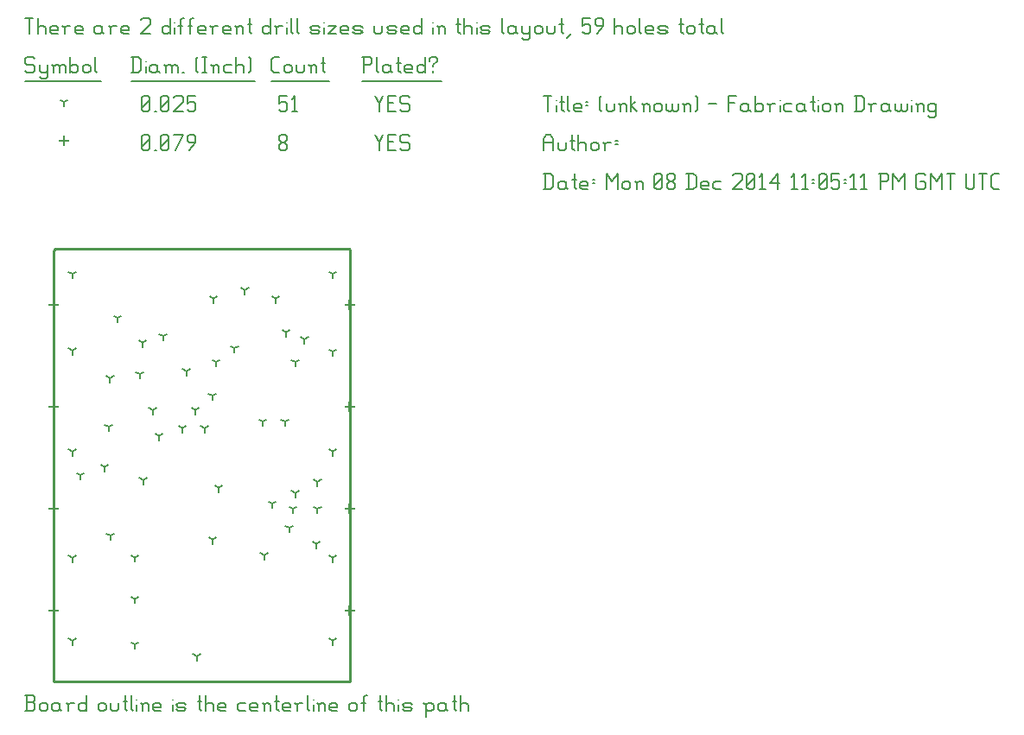
<source format=gbr>
G04 start of page 12 for group -3984 idx -3984 *
G04 Title: (unknown), fab *
G04 Creator: pcb 1.99z *
G04 CreationDate: Mon 08 Dec 2014 11:05:11 PM GMT UTC *
G04 For: commonadmin *
G04 Format: Gerber/RS-274X *
G04 PCB-Dimensions (mil): 1377.95 1692.91 *
G04 PCB-Coordinate-Origin: lower left *
%MOIN*%
%FSLAX25Y25*%
%LNFAB*%
%ADD66C,0.0100*%
%ADD65C,0.0075*%
%ADD64C,0.0060*%
%ADD63R,0.0080X0.0080*%
G54D63*X11000Y148891D02*Y145691D01*
X9400Y147291D02*X12600D01*
X11000Y109521D02*Y106321D01*
X9400Y107921D02*X12600D01*
X11000Y70151D02*Y66951D01*
X9400Y68551D02*X12600D01*
X11000Y30781D02*Y27581D01*
X9400Y29181D02*X12600D01*
X125173Y30781D02*Y27581D01*
X123573Y29181D02*X126773D01*
X125173Y70151D02*Y66951D01*
X123573Y68551D02*X126773D01*
X125173Y109521D02*Y106321D01*
X123573Y107921D02*X126773D01*
X125173Y148891D02*Y145691D01*
X123573Y147291D02*X126773D01*
X15000Y212141D02*Y208941D01*
X13400Y210541D02*X16600D01*
G54D64*X135000Y212791D02*X136500Y209791D01*
X138000Y212791D01*
X136500Y209791D02*Y206791D01*
X139800Y210091D02*X142050D01*
X139800Y206791D02*X142800D01*
X139800Y212791D02*Y206791D01*
Y212791D02*X142800D01*
X147600D02*X148350Y212041D01*
X145350Y212791D02*X147600D01*
X144600Y212041D02*X145350Y212791D01*
X144600Y212041D02*Y210541D01*
X145350Y209791D01*
X147600D01*
X148350Y209041D01*
Y207541D01*
X147600Y206791D02*X148350Y207541D01*
X145350Y206791D02*X147600D01*
X144600Y207541D02*X145350Y206791D01*
X98000Y207541D02*X98750Y206791D01*
X98000Y208741D02*Y207541D01*
Y208741D02*X99050Y209791D01*
X99950D01*
X101000Y208741D01*
Y207541D01*
X100250Y206791D02*X101000Y207541D01*
X98750Y206791D02*X100250D01*
X98000Y210841D02*X99050Y209791D01*
X98000Y212041D02*Y210841D01*
Y212041D02*X98750Y212791D01*
X100250D01*
X101000Y212041D01*
Y210841D01*
X99950Y209791D02*X101000Y210841D01*
X45000Y207541D02*X45750Y206791D01*
X45000Y212041D02*Y207541D01*
Y212041D02*X45750Y212791D01*
X47250D01*
X48000Y212041D01*
Y207541D01*
X47250Y206791D02*X48000Y207541D01*
X45750Y206791D02*X47250D01*
X45000Y208291D02*X48000Y211291D01*
X49800Y206791D02*X50550D01*
X52350Y207541D02*X53100Y206791D01*
X52350Y212041D02*Y207541D01*
Y212041D02*X53100Y212791D01*
X54600D01*
X55350Y212041D01*
Y207541D01*
X54600Y206791D02*X55350Y207541D01*
X53100Y206791D02*X54600D01*
X52350Y208291D02*X55350Y211291D01*
X57900Y206791D02*X60900Y212791D01*
X57150D02*X60900D01*
X63450Y206791D02*X65700Y209791D01*
Y212041D02*Y209791D01*
X64950Y212791D02*X65700Y212041D01*
X63450Y212791D02*X64950D01*
X62700Y212041D02*X63450Y212791D01*
X62700Y212041D02*Y210541D01*
X63450Y209791D01*
X65700D01*
X62130Y121587D02*Y119987D01*
Y121587D02*X63517Y122387D01*
X62130Y121587D02*X60743Y122387D01*
X73630Y125087D02*Y123487D01*
Y125087D02*X75017Y125887D01*
X73630Y125087D02*X72243Y125887D01*
X104130Y125217D02*Y123617D01*
Y125217D02*X105517Y126017D01*
X104130Y125217D02*X102743Y126017D01*
X51630Y96587D02*Y94987D01*
Y96587D02*X53017Y97387D01*
X51630Y96587D02*X50243Y97387D01*
X69130Y99587D02*Y97987D01*
Y99587D02*X70517Y100387D01*
X69130Y99587D02*X67743Y100387D01*
X65630Y106587D02*Y104987D01*
Y106587D02*X67017Y107387D01*
X65630Y106587D02*X64243Y107387D01*
X60630Y99587D02*Y97987D01*
Y99587D02*X62017Y100387D01*
X60630Y99587D02*X59243Y100387D01*
X42320Y16172D02*Y14572D01*
Y16172D02*X43707Y16972D01*
X42320Y16172D02*X40933Y16972D01*
X42320Y33672D02*Y32072D01*
Y33672D02*X43707Y34472D01*
X42320Y33672D02*X40933Y34472D01*
X42320Y49672D02*Y48072D01*
Y49672D02*X43707Y50472D01*
X42320Y49672D02*X40933Y50472D01*
X72190Y56587D02*Y54987D01*
Y56587D02*X73577Y57387D01*
X72190Y56587D02*X70803Y57387D01*
X32820Y58087D02*Y56487D01*
Y58087D02*X34207Y58887D01*
X32820Y58087D02*X31433Y58887D01*
X44130Y120491D02*Y118891D01*
Y120491D02*X45517Y121291D01*
X44130Y120491D02*X42743Y121291D01*
X53130Y135087D02*Y133487D01*
Y135087D02*X54517Y135887D01*
X53130Y135087D02*X51743Y135887D01*
X100130Y102087D02*Y100487D01*
Y102087D02*X101517Y102887D01*
X100130Y102087D02*X98743Y102887D01*
X91630Y102087D02*Y100487D01*
Y102087D02*X93017Y102887D01*
X91630Y102087D02*X90243Y102887D01*
X104130Y74587D02*Y72987D01*
Y74587D02*X105517Y75387D01*
X104130Y74587D02*X102743Y75387D01*
X72630Y149587D02*Y147987D01*
Y149587D02*X74017Y150387D01*
X72630Y149587D02*X71243Y150387D01*
X96630Y149587D02*Y147987D01*
Y149587D02*X98017Y150387D01*
X96630Y149587D02*X95243Y150387D01*
X66130Y11587D02*Y9987D01*
Y11587D02*X67517Y12387D01*
X66130Y11587D02*X64743Y12387D01*
X74630Y76587D02*Y74987D01*
Y76587D02*X76017Y77387D01*
X74630Y76587D02*X73243Y77387D01*
X45500Y79587D02*Y77987D01*
Y79587D02*X46887Y80387D01*
X45500Y79587D02*X44113Y80387D01*
X45216Y132587D02*Y130987D01*
Y132587D02*X46602Y133387D01*
X45216Y132587D02*X43829Y133387D01*
X49130Y106587D02*Y104987D01*
Y106587D02*X50517Y107387D01*
X49130Y106587D02*X47743Y107387D01*
X72130Y112087D02*Y110487D01*
Y112087D02*X73517Y112887D01*
X72130Y112087D02*X70743Y112887D01*
X35630Y142087D02*Y140487D01*
Y142087D02*X37017Y142887D01*
X35630Y142087D02*X34243Y142887D01*
X100630Y136587D02*Y134987D01*
Y136587D02*X102017Y137387D01*
X100630Y136587D02*X99243Y137387D01*
X92130Y50587D02*Y48987D01*
Y50587D02*X93517Y51387D01*
X92130Y50587D02*X90743Y51387D01*
X32130Y100087D02*Y98487D01*
Y100087D02*X33517Y100887D01*
X32130Y100087D02*X30743Y100887D01*
X30630Y84587D02*Y82987D01*
Y84587D02*X32017Y85387D01*
X30630Y84587D02*X29243Y85387D01*
X32760Y118957D02*Y117357D01*
Y118957D02*X34147Y119757D01*
X32760Y118957D02*X31373Y119757D01*
X21260Y81457D02*Y79857D01*
Y81457D02*X22647Y82257D01*
X21260Y81457D02*X19873Y82257D01*
X101820Y61217D02*Y59617D01*
Y61217D02*X103207Y62017D01*
X101820Y61217D02*X100433Y62017D01*
X112260Y54957D02*Y53357D01*
Y54957D02*X113647Y55757D01*
X112260Y54957D02*X110873Y55757D01*
X103260Y68457D02*Y66857D01*
Y68457D02*X104647Y69257D01*
X103260Y68457D02*X101873Y69257D01*
X112760Y68457D02*Y66857D01*
Y68457D02*X114147Y69257D01*
X112760Y68457D02*X111373Y69257D01*
X95260Y70457D02*Y68857D01*
Y70457D02*X96647Y71257D01*
X95260Y70457D02*X93873Y71257D01*
X112760Y78957D02*Y77357D01*
Y78957D02*X114147Y79757D01*
X112760Y78957D02*X111373Y79757D01*
X107760Y133957D02*Y132357D01*
Y133957D02*X109147Y134757D01*
X107760Y133957D02*X106373Y134757D01*
X80760Y130457D02*Y128857D01*
Y130457D02*X82147Y131257D01*
X80760Y130457D02*X79373Y131257D01*
X84760Y152957D02*Y151357D01*
Y152957D02*X86147Y153757D01*
X84760Y152957D02*X83373Y153757D01*
X18130Y159087D02*Y157487D01*
Y159087D02*X19517Y159887D01*
X18130Y159087D02*X16743Y159887D01*
X18130Y129587D02*Y127987D01*
Y129587D02*X19517Y130387D01*
X18130Y129587D02*X16743Y130387D01*
X18130Y90587D02*Y88987D01*
Y90587D02*X19517Y91387D01*
X18130Y90587D02*X16743Y91387D01*
X18130Y49587D02*Y47987D01*
Y49587D02*X19517Y50387D01*
X18130Y49587D02*X16743Y50387D01*
X18130Y17587D02*Y15987D01*
Y17587D02*X19517Y18387D01*
X18130Y17587D02*X16743Y18387D01*
X118630Y159087D02*Y157487D01*
Y159087D02*X120017Y159887D01*
X118630Y159087D02*X117243Y159887D01*
X118630Y129087D02*Y127487D01*
Y129087D02*X120017Y129887D01*
X118630Y129087D02*X117243Y129887D01*
X118630Y90587D02*Y88987D01*
Y90587D02*X120017Y91387D01*
X118630Y90587D02*X117243Y91387D01*
X118630Y49587D02*Y47987D01*
Y49587D02*X120017Y50387D01*
X118630Y49587D02*X117243Y50387D01*
X118630Y17587D02*Y15987D01*
Y17587D02*X120017Y18387D01*
X118630Y17587D02*X117243Y18387D01*
X15000Y225541D02*Y223941D01*
Y225541D02*X16387Y226341D01*
X15000Y225541D02*X13613Y226341D01*
X135000Y227791D02*X136500Y224791D01*
X138000Y227791D01*
X136500Y224791D02*Y221791D01*
X139800Y225091D02*X142050D01*
X139800Y221791D02*X142800D01*
X139800Y227791D02*Y221791D01*
Y227791D02*X142800D01*
X147600D02*X148350Y227041D01*
X145350Y227791D02*X147600D01*
X144600Y227041D02*X145350Y227791D01*
X144600Y227041D02*Y225541D01*
X145350Y224791D01*
X147600D01*
X148350Y224041D01*
Y222541D01*
X147600Y221791D02*X148350Y222541D01*
X145350Y221791D02*X147600D01*
X144600Y222541D02*X145350Y221791D01*
X98000Y227791D02*X101000D01*
X98000D02*Y224791D01*
X98750Y225541D01*
X100250D01*
X101000Y224791D01*
Y222541D01*
X100250Y221791D02*X101000Y222541D01*
X98750Y221791D02*X100250D01*
X98000Y222541D02*X98750Y221791D01*
X102800Y226591D02*X104000Y227791D01*
Y221791D01*
X102800D02*X105050D01*
X45000Y222541D02*X45750Y221791D01*
X45000Y227041D02*Y222541D01*
Y227041D02*X45750Y227791D01*
X47250D01*
X48000Y227041D01*
Y222541D01*
X47250Y221791D02*X48000Y222541D01*
X45750Y221791D02*X47250D01*
X45000Y223291D02*X48000Y226291D01*
X49800Y221791D02*X50550D01*
X52350Y222541D02*X53100Y221791D01*
X52350Y227041D02*Y222541D01*
Y227041D02*X53100Y227791D01*
X54600D01*
X55350Y227041D01*
Y222541D01*
X54600Y221791D02*X55350Y222541D01*
X53100Y221791D02*X54600D01*
X52350Y223291D02*X55350Y226291D01*
X57150Y227041D02*X57900Y227791D01*
X60150D01*
X60900Y227041D01*
Y225541D01*
X57150Y221791D02*X60900Y225541D01*
X57150Y221791D02*X60900D01*
X62700Y227791D02*X65700D01*
X62700D02*Y224791D01*
X63450Y225541D01*
X64950D01*
X65700Y224791D01*
Y222541D01*
X64950Y221791D02*X65700Y222541D01*
X63450Y221791D02*X64950D01*
X62700Y222541D02*X63450Y221791D01*
X3000Y242791D02*X3750Y242041D01*
X750Y242791D02*X3000D01*
X0Y242041D02*X750Y242791D01*
X0Y242041D02*Y240541D01*
X750Y239791D01*
X3000D01*
X3750Y239041D01*
Y237541D01*
X3000Y236791D02*X3750Y237541D01*
X750Y236791D02*X3000D01*
X0Y237541D02*X750Y236791D01*
X5550Y239791D02*Y237541D01*
X6300Y236791D01*
X8550Y239791D02*Y235291D01*
X7800Y234541D02*X8550Y235291D01*
X6300Y234541D02*X7800D01*
X5550Y235291D02*X6300Y234541D01*
Y236791D02*X7800D01*
X8550Y237541D01*
X11100Y239041D02*Y236791D01*
Y239041D02*X11850Y239791D01*
X12600D01*
X13350Y239041D01*
Y236791D01*
Y239041D02*X14100Y239791D01*
X14850D01*
X15600Y239041D01*
Y236791D01*
X10350Y239791D02*X11100Y239041D01*
X17400Y242791D02*Y236791D01*
Y237541D02*X18150Y236791D01*
X19650D01*
X20400Y237541D01*
Y239041D02*Y237541D01*
X19650Y239791D02*X20400Y239041D01*
X18150Y239791D02*X19650D01*
X17400Y239041D02*X18150Y239791D01*
X22200Y239041D02*Y237541D01*
Y239041D02*X22950Y239791D01*
X24450D01*
X25200Y239041D01*
Y237541D01*
X24450Y236791D02*X25200Y237541D01*
X22950Y236791D02*X24450D01*
X22200Y237541D02*X22950Y236791D01*
X27000Y242791D02*Y237541D01*
X27750Y236791D01*
X0Y233541D02*X29250D01*
X41750Y242791D02*Y236791D01*
X43700Y242791D02*X44750Y241741D01*
Y237841D01*
X43700Y236791D02*X44750Y237841D01*
X41000Y236791D02*X43700D01*
X41000Y242791D02*X43700D01*
G54D65*X46550Y241291D02*Y241141D01*
G54D64*Y239041D02*Y236791D01*
X50300Y239791D02*X51050Y239041D01*
X48800Y239791D02*X50300D01*
X48050Y239041D02*X48800Y239791D01*
X48050Y239041D02*Y237541D01*
X48800Y236791D01*
X51050Y239791D02*Y237541D01*
X51800Y236791D01*
X48800D02*X50300D01*
X51050Y237541D01*
X54350Y239041D02*Y236791D01*
Y239041D02*X55100Y239791D01*
X55850D01*
X56600Y239041D01*
Y236791D01*
Y239041D02*X57350Y239791D01*
X58100D01*
X58850Y239041D01*
Y236791D01*
X53600Y239791D02*X54350Y239041D01*
X60650Y236791D02*X61400D01*
X65900Y237541D02*X66650Y236791D01*
X65900Y242041D02*X66650Y242791D01*
X65900Y242041D02*Y237541D01*
X68450Y242791D02*X69950D01*
X69200D02*Y236791D01*
X68450D02*X69950D01*
X72500Y239041D02*Y236791D01*
Y239041D02*X73250Y239791D01*
X74000D01*
X74750Y239041D01*
Y236791D01*
X71750Y239791D02*X72500Y239041D01*
X77300Y239791D02*X79550D01*
X76550Y239041D02*X77300Y239791D01*
X76550Y239041D02*Y237541D01*
X77300Y236791D01*
X79550D01*
X81350Y242791D02*Y236791D01*
Y239041D02*X82100Y239791D01*
X83600D01*
X84350Y239041D01*
Y236791D01*
X86150Y242791D02*X86900Y242041D01*
Y237541D01*
X86150Y236791D02*X86900Y237541D01*
X41000Y233541D02*X88700D01*
X96050Y236791D02*X98000D01*
X95000Y237841D02*X96050Y236791D01*
X95000Y241741D02*Y237841D01*
Y241741D02*X96050Y242791D01*
X98000D01*
X99800Y239041D02*Y237541D01*
Y239041D02*X100550Y239791D01*
X102050D01*
X102800Y239041D01*
Y237541D01*
X102050Y236791D02*X102800Y237541D01*
X100550Y236791D02*X102050D01*
X99800Y237541D02*X100550Y236791D01*
X104600Y239791D02*Y237541D01*
X105350Y236791D01*
X106850D01*
X107600Y237541D01*
Y239791D02*Y237541D01*
X110150Y239041D02*Y236791D01*
Y239041D02*X110900Y239791D01*
X111650D01*
X112400Y239041D01*
Y236791D01*
X109400Y239791D02*X110150Y239041D01*
X114950Y242791D02*Y237541D01*
X115700Y236791D01*
X114200Y240541D02*X115700D01*
X95000Y233541D02*X117200D01*
X130750Y242791D02*Y236791D01*
X130000Y242791D02*X133000D01*
X133750Y242041D01*
Y240541D01*
X133000Y239791D02*X133750Y240541D01*
X130750Y239791D02*X133000D01*
X135550Y242791D02*Y237541D01*
X136300Y236791D01*
X140050Y239791D02*X140800Y239041D01*
X138550Y239791D02*X140050D01*
X137800Y239041D02*X138550Y239791D01*
X137800Y239041D02*Y237541D01*
X138550Y236791D01*
X140800Y239791D02*Y237541D01*
X141550Y236791D01*
X138550D02*X140050D01*
X140800Y237541D01*
X144100Y242791D02*Y237541D01*
X144850Y236791D01*
X143350Y240541D02*X144850D01*
X147100Y236791D02*X149350D01*
X146350Y237541D02*X147100Y236791D01*
X146350Y239041D02*Y237541D01*
Y239041D02*X147100Y239791D01*
X148600D01*
X149350Y239041D01*
X146350Y238291D02*X149350D01*
Y239041D02*Y238291D01*
X154150Y242791D02*Y236791D01*
X153400D02*X154150Y237541D01*
X151900Y236791D02*X153400D01*
X151150Y237541D02*X151900Y236791D01*
X151150Y239041D02*Y237541D01*
Y239041D02*X151900Y239791D01*
X153400D01*
X154150Y239041D01*
X157450Y239791D02*Y239041D01*
Y237541D02*Y236791D01*
X155950Y242041D02*Y241291D01*
Y242041D02*X156700Y242791D01*
X158200D01*
X158950Y242041D01*
Y241291D01*
X157450Y239791D02*X158950Y241291D01*
X130000Y233541D02*X160750D01*
X0Y257791D02*X3000D01*
X1500D02*Y251791D01*
X4800Y257791D02*Y251791D01*
Y254041D02*X5550Y254791D01*
X7050D01*
X7800Y254041D01*
Y251791D01*
X10350D02*X12600D01*
X9600Y252541D02*X10350Y251791D01*
X9600Y254041D02*Y252541D01*
Y254041D02*X10350Y254791D01*
X11850D01*
X12600Y254041D01*
X9600Y253291D02*X12600D01*
Y254041D02*Y253291D01*
X15150Y254041D02*Y251791D01*
Y254041D02*X15900Y254791D01*
X17400D01*
X14400D02*X15150Y254041D01*
X19950Y251791D02*X22200D01*
X19200Y252541D02*X19950Y251791D01*
X19200Y254041D02*Y252541D01*
Y254041D02*X19950Y254791D01*
X21450D01*
X22200Y254041D01*
X19200Y253291D02*X22200D01*
Y254041D02*Y253291D01*
X28950Y254791D02*X29700Y254041D01*
X27450Y254791D02*X28950D01*
X26700Y254041D02*X27450Y254791D01*
X26700Y254041D02*Y252541D01*
X27450Y251791D01*
X29700Y254791D02*Y252541D01*
X30450Y251791D01*
X27450D02*X28950D01*
X29700Y252541D01*
X33000Y254041D02*Y251791D01*
Y254041D02*X33750Y254791D01*
X35250D01*
X32250D02*X33000Y254041D01*
X37800Y251791D02*X40050D01*
X37050Y252541D02*X37800Y251791D01*
X37050Y254041D02*Y252541D01*
Y254041D02*X37800Y254791D01*
X39300D01*
X40050Y254041D01*
X37050Y253291D02*X40050D01*
Y254041D02*Y253291D01*
X44550Y257041D02*X45300Y257791D01*
X47550D01*
X48300Y257041D01*
Y255541D01*
X44550Y251791D02*X48300Y255541D01*
X44550Y251791D02*X48300D01*
X55800Y257791D02*Y251791D01*
X55050D02*X55800Y252541D01*
X53550Y251791D02*X55050D01*
X52800Y252541D02*X53550Y251791D01*
X52800Y254041D02*Y252541D01*
Y254041D02*X53550Y254791D01*
X55050D01*
X55800Y254041D01*
G54D65*X57600Y256291D02*Y256141D01*
G54D64*Y254041D02*Y251791D01*
X59850Y257041D02*Y251791D01*
Y257041D02*X60600Y257791D01*
X61350D01*
X59100Y254791D02*X60600D01*
X63600Y257041D02*Y251791D01*
Y257041D02*X64350Y257791D01*
X65100D01*
X62850Y254791D02*X64350D01*
X67350Y251791D02*X69600D01*
X66600Y252541D02*X67350Y251791D01*
X66600Y254041D02*Y252541D01*
Y254041D02*X67350Y254791D01*
X68850D01*
X69600Y254041D01*
X66600Y253291D02*X69600D01*
Y254041D02*Y253291D01*
X72150Y254041D02*Y251791D01*
Y254041D02*X72900Y254791D01*
X74400D01*
X71400D02*X72150Y254041D01*
X76950Y251791D02*X79200D01*
X76200Y252541D02*X76950Y251791D01*
X76200Y254041D02*Y252541D01*
Y254041D02*X76950Y254791D01*
X78450D01*
X79200Y254041D01*
X76200Y253291D02*X79200D01*
Y254041D02*Y253291D01*
X81750Y254041D02*Y251791D01*
Y254041D02*X82500Y254791D01*
X83250D01*
X84000Y254041D01*
Y251791D01*
X81000Y254791D02*X81750Y254041D01*
X86550Y257791D02*Y252541D01*
X87300Y251791D01*
X85800Y255541D02*X87300D01*
X94500Y257791D02*Y251791D01*
X93750D02*X94500Y252541D01*
X92250Y251791D02*X93750D01*
X91500Y252541D02*X92250Y251791D01*
X91500Y254041D02*Y252541D01*
Y254041D02*X92250Y254791D01*
X93750D01*
X94500Y254041D01*
X97050D02*Y251791D01*
Y254041D02*X97800Y254791D01*
X99300D01*
X96300D02*X97050Y254041D01*
G54D65*X101100Y256291D02*Y256141D01*
G54D64*Y254041D02*Y251791D01*
X102600Y257791D02*Y252541D01*
X103350Y251791D01*
X104850Y257791D02*Y252541D01*
X105600Y251791D01*
X110550D02*X112800D01*
X113550Y252541D01*
X112800Y253291D02*X113550Y252541D01*
X110550Y253291D02*X112800D01*
X109800Y254041D02*X110550Y253291D01*
X109800Y254041D02*X110550Y254791D01*
X112800D01*
X113550Y254041D01*
X109800Y252541D02*X110550Y251791D01*
G54D65*X115350Y256291D02*Y256141D01*
G54D64*Y254041D02*Y251791D01*
X116850Y254791D02*X119850D01*
X116850Y251791D02*X119850Y254791D01*
X116850Y251791D02*X119850D01*
X122400D02*X124650D01*
X121650Y252541D02*X122400Y251791D01*
X121650Y254041D02*Y252541D01*
Y254041D02*X122400Y254791D01*
X123900D01*
X124650Y254041D01*
X121650Y253291D02*X124650D01*
Y254041D02*Y253291D01*
X127200Y251791D02*X129450D01*
X130200Y252541D01*
X129450Y253291D02*X130200Y252541D01*
X127200Y253291D02*X129450D01*
X126450Y254041D02*X127200Y253291D01*
X126450Y254041D02*X127200Y254791D01*
X129450D01*
X130200Y254041D01*
X126450Y252541D02*X127200Y251791D01*
X134700Y254791D02*Y252541D01*
X135450Y251791D01*
X136950D01*
X137700Y252541D01*
Y254791D02*Y252541D01*
X140250Y251791D02*X142500D01*
X143250Y252541D01*
X142500Y253291D02*X143250Y252541D01*
X140250Y253291D02*X142500D01*
X139500Y254041D02*X140250Y253291D01*
X139500Y254041D02*X140250Y254791D01*
X142500D01*
X143250Y254041D01*
X139500Y252541D02*X140250Y251791D01*
X145800D02*X148050D01*
X145050Y252541D02*X145800Y251791D01*
X145050Y254041D02*Y252541D01*
Y254041D02*X145800Y254791D01*
X147300D01*
X148050Y254041D01*
X145050Y253291D02*X148050D01*
Y254041D02*Y253291D01*
X152850Y257791D02*Y251791D01*
X152100D02*X152850Y252541D01*
X150600Y251791D02*X152100D01*
X149850Y252541D02*X150600Y251791D01*
X149850Y254041D02*Y252541D01*
Y254041D02*X150600Y254791D01*
X152100D01*
X152850Y254041D01*
G54D65*X157350Y256291D02*Y256141D01*
G54D64*Y254041D02*Y251791D01*
X159600Y254041D02*Y251791D01*
Y254041D02*X160350Y254791D01*
X161100D01*
X161850Y254041D01*
Y251791D01*
X158850Y254791D02*X159600Y254041D01*
X167100Y257791D02*Y252541D01*
X167850Y251791D01*
X166350Y255541D02*X167850D01*
X169350Y257791D02*Y251791D01*
Y254041D02*X170100Y254791D01*
X171600D01*
X172350Y254041D01*
Y251791D01*
G54D65*X174150Y256291D02*Y256141D01*
G54D64*Y254041D02*Y251791D01*
X176400D02*X178650D01*
X179400Y252541D01*
X178650Y253291D02*X179400Y252541D01*
X176400Y253291D02*X178650D01*
X175650Y254041D02*X176400Y253291D01*
X175650Y254041D02*X176400Y254791D01*
X178650D01*
X179400Y254041D01*
X175650Y252541D02*X176400Y251791D01*
X183900Y257791D02*Y252541D01*
X184650Y251791D01*
X188400Y254791D02*X189150Y254041D01*
X186900Y254791D02*X188400D01*
X186150Y254041D02*X186900Y254791D01*
X186150Y254041D02*Y252541D01*
X186900Y251791D01*
X189150Y254791D02*Y252541D01*
X189900Y251791D01*
X186900D02*X188400D01*
X189150Y252541D01*
X191700Y254791D02*Y252541D01*
X192450Y251791D01*
X194700Y254791D02*Y250291D01*
X193950Y249541D02*X194700Y250291D01*
X192450Y249541D02*X193950D01*
X191700Y250291D02*X192450Y249541D01*
Y251791D02*X193950D01*
X194700Y252541D01*
X196500Y254041D02*Y252541D01*
Y254041D02*X197250Y254791D01*
X198750D01*
X199500Y254041D01*
Y252541D01*
X198750Y251791D02*X199500Y252541D01*
X197250Y251791D02*X198750D01*
X196500Y252541D02*X197250Y251791D01*
X201300Y254791D02*Y252541D01*
X202050Y251791D01*
X203550D01*
X204300Y252541D01*
Y254791D02*Y252541D01*
X206850Y257791D02*Y252541D01*
X207600Y251791D01*
X206100Y255541D02*X207600D01*
X209100Y250291D02*X210600Y251791D01*
X215100Y257791D02*X218100D01*
X215100D02*Y254791D01*
X215850Y255541D01*
X217350D01*
X218100Y254791D01*
Y252541D01*
X217350Y251791D02*X218100Y252541D01*
X215850Y251791D02*X217350D01*
X215100Y252541D02*X215850Y251791D01*
X220650D02*X222900Y254791D01*
Y257041D02*Y254791D01*
X222150Y257791D02*X222900Y257041D01*
X220650Y257791D02*X222150D01*
X219900Y257041D02*X220650Y257791D01*
X219900Y257041D02*Y255541D01*
X220650Y254791D01*
X222900D01*
X227400Y257791D02*Y251791D01*
Y254041D02*X228150Y254791D01*
X229650D01*
X230400Y254041D01*
Y251791D01*
X232200Y254041D02*Y252541D01*
Y254041D02*X232950Y254791D01*
X234450D01*
X235200Y254041D01*
Y252541D01*
X234450Y251791D02*X235200Y252541D01*
X232950Y251791D02*X234450D01*
X232200Y252541D02*X232950Y251791D01*
X237000Y257791D02*Y252541D01*
X237750Y251791D01*
X240000D02*X242250D01*
X239250Y252541D02*X240000Y251791D01*
X239250Y254041D02*Y252541D01*
Y254041D02*X240000Y254791D01*
X241500D01*
X242250Y254041D01*
X239250Y253291D02*X242250D01*
Y254041D02*Y253291D01*
X244800Y251791D02*X247050D01*
X247800Y252541D01*
X247050Y253291D02*X247800Y252541D01*
X244800Y253291D02*X247050D01*
X244050Y254041D02*X244800Y253291D01*
X244050Y254041D02*X244800Y254791D01*
X247050D01*
X247800Y254041D01*
X244050Y252541D02*X244800Y251791D01*
X253050Y257791D02*Y252541D01*
X253800Y251791D01*
X252300Y255541D02*X253800D01*
X255300Y254041D02*Y252541D01*
Y254041D02*X256050Y254791D01*
X257550D01*
X258300Y254041D01*
Y252541D01*
X257550Y251791D02*X258300Y252541D01*
X256050Y251791D02*X257550D01*
X255300Y252541D02*X256050Y251791D01*
X260850Y257791D02*Y252541D01*
X261600Y251791D01*
X260100Y255541D02*X261600D01*
X265350Y254791D02*X266100Y254041D01*
X263850Y254791D02*X265350D01*
X263100Y254041D02*X263850Y254791D01*
X263100Y254041D02*Y252541D01*
X263850Y251791D01*
X266100Y254791D02*Y252541D01*
X266850Y251791D01*
X263850D02*X265350D01*
X266100Y252541D01*
X268650Y257791D02*Y252541D01*
X269400Y251791D01*
G54D66*X125173Y1965D02*X125000Y1791D01*
X11000D02*X125000D01*
X125173Y1965D02*Y168618D01*
X125000Y168791D01*
X11000Y1791D02*Y168291D01*
X11500Y168791D01*
X125000D02*X11500D01*
G54D64*X0Y-9500D02*X3000D01*
X3750Y-8750D01*
Y-6950D02*Y-8750D01*
X3000Y-6200D02*X3750Y-6950D01*
X750Y-6200D02*X3000D01*
X750Y-3500D02*Y-9500D01*
X0Y-3500D02*X3000D01*
X3750Y-4250D01*
Y-5450D01*
X3000Y-6200D02*X3750Y-5450D01*
X5550Y-7250D02*Y-8750D01*
Y-7250D02*X6300Y-6500D01*
X7800D01*
X8550Y-7250D01*
Y-8750D01*
X7800Y-9500D02*X8550Y-8750D01*
X6300Y-9500D02*X7800D01*
X5550Y-8750D02*X6300Y-9500D01*
X12600Y-6500D02*X13350Y-7250D01*
X11100Y-6500D02*X12600D01*
X10350Y-7250D02*X11100Y-6500D01*
X10350Y-7250D02*Y-8750D01*
X11100Y-9500D01*
X13350Y-6500D02*Y-8750D01*
X14100Y-9500D01*
X11100D02*X12600D01*
X13350Y-8750D01*
X16650Y-7250D02*Y-9500D01*
Y-7250D02*X17400Y-6500D01*
X18900D01*
X15900D02*X16650Y-7250D01*
X23700Y-3500D02*Y-9500D01*
X22950D02*X23700Y-8750D01*
X21450Y-9500D02*X22950D01*
X20700Y-8750D02*X21450Y-9500D01*
X20700Y-7250D02*Y-8750D01*
Y-7250D02*X21450Y-6500D01*
X22950D01*
X23700Y-7250D01*
X28200D02*Y-8750D01*
Y-7250D02*X28950Y-6500D01*
X30450D01*
X31200Y-7250D01*
Y-8750D01*
X30450Y-9500D02*X31200Y-8750D01*
X28950Y-9500D02*X30450D01*
X28200Y-8750D02*X28950Y-9500D01*
X33000Y-6500D02*Y-8750D01*
X33750Y-9500D01*
X35250D01*
X36000Y-8750D01*
Y-6500D02*Y-8750D01*
X38550Y-3500D02*Y-8750D01*
X39300Y-9500D01*
X37800Y-5750D02*X39300D01*
X40800Y-3500D02*Y-8750D01*
X41550Y-9500D01*
G54D65*X43050Y-5000D02*Y-5150D01*
G54D64*Y-7250D02*Y-9500D01*
X45300Y-7250D02*Y-9500D01*
Y-7250D02*X46050Y-6500D01*
X46800D01*
X47550Y-7250D01*
Y-9500D01*
X44550Y-6500D02*X45300Y-7250D01*
X50100Y-9500D02*X52350D01*
X49350Y-8750D02*X50100Y-9500D01*
X49350Y-7250D02*Y-8750D01*
Y-7250D02*X50100Y-6500D01*
X51600D01*
X52350Y-7250D01*
X49350Y-8000D02*X52350D01*
Y-7250D02*Y-8000D01*
G54D65*X56850Y-5000D02*Y-5150D01*
G54D64*Y-7250D02*Y-9500D01*
X59100D02*X61350D01*
X62100Y-8750D01*
X61350Y-8000D02*X62100Y-8750D01*
X59100Y-8000D02*X61350D01*
X58350Y-7250D02*X59100Y-8000D01*
X58350Y-7250D02*X59100Y-6500D01*
X61350D01*
X62100Y-7250D01*
X58350Y-8750D02*X59100Y-9500D01*
X67350Y-3500D02*Y-8750D01*
X68100Y-9500D01*
X66600Y-5750D02*X68100D01*
X69600Y-3500D02*Y-9500D01*
Y-7250D02*X70350Y-6500D01*
X71850D01*
X72600Y-7250D01*
Y-9500D01*
X75150D02*X77400D01*
X74400Y-8750D02*X75150Y-9500D01*
X74400Y-7250D02*Y-8750D01*
Y-7250D02*X75150Y-6500D01*
X76650D01*
X77400Y-7250D01*
X74400Y-8000D02*X77400D01*
Y-7250D02*Y-8000D01*
X82650Y-6500D02*X84900D01*
X81900Y-7250D02*X82650Y-6500D01*
X81900Y-7250D02*Y-8750D01*
X82650Y-9500D01*
X84900D01*
X87450D02*X89700D01*
X86700Y-8750D02*X87450Y-9500D01*
X86700Y-7250D02*Y-8750D01*
Y-7250D02*X87450Y-6500D01*
X88950D01*
X89700Y-7250D01*
X86700Y-8000D02*X89700D01*
Y-7250D02*Y-8000D01*
X92250Y-7250D02*Y-9500D01*
Y-7250D02*X93000Y-6500D01*
X93750D01*
X94500Y-7250D01*
Y-9500D01*
X91500Y-6500D02*X92250Y-7250D01*
X97050Y-3500D02*Y-8750D01*
X97800Y-9500D01*
X96300Y-5750D02*X97800D01*
X100050Y-9500D02*X102300D01*
X99300Y-8750D02*X100050Y-9500D01*
X99300Y-7250D02*Y-8750D01*
Y-7250D02*X100050Y-6500D01*
X101550D01*
X102300Y-7250D01*
X99300Y-8000D02*X102300D01*
Y-7250D02*Y-8000D01*
X104850Y-7250D02*Y-9500D01*
Y-7250D02*X105600Y-6500D01*
X107100D01*
X104100D02*X104850Y-7250D01*
X108900Y-3500D02*Y-8750D01*
X109650Y-9500D01*
G54D65*X111150Y-5000D02*Y-5150D01*
G54D64*Y-7250D02*Y-9500D01*
X113400Y-7250D02*Y-9500D01*
Y-7250D02*X114150Y-6500D01*
X114900D01*
X115650Y-7250D01*
Y-9500D01*
X112650Y-6500D02*X113400Y-7250D01*
X118200Y-9500D02*X120450D01*
X117450Y-8750D02*X118200Y-9500D01*
X117450Y-7250D02*Y-8750D01*
Y-7250D02*X118200Y-6500D01*
X119700D01*
X120450Y-7250D01*
X117450Y-8000D02*X120450D01*
Y-7250D02*Y-8000D01*
X124950Y-7250D02*Y-8750D01*
Y-7250D02*X125700Y-6500D01*
X127200D01*
X127950Y-7250D01*
Y-8750D01*
X127200Y-9500D02*X127950Y-8750D01*
X125700Y-9500D02*X127200D01*
X124950Y-8750D02*X125700Y-9500D01*
X130500Y-4250D02*Y-9500D01*
Y-4250D02*X131250Y-3500D01*
X132000D01*
X129750Y-6500D02*X131250D01*
X136950Y-3500D02*Y-8750D01*
X137700Y-9500D01*
X136200Y-5750D02*X137700D01*
X139200Y-3500D02*Y-9500D01*
Y-7250D02*X139950Y-6500D01*
X141450D01*
X142200Y-7250D01*
Y-9500D01*
G54D65*X144000Y-5000D02*Y-5150D01*
G54D64*Y-7250D02*Y-9500D01*
X146250D02*X148500D01*
X149250Y-8750D01*
X148500Y-8000D02*X149250Y-8750D01*
X146250Y-8000D02*X148500D01*
X145500Y-7250D02*X146250Y-8000D01*
X145500Y-7250D02*X146250Y-6500D01*
X148500D01*
X149250Y-7250D01*
X145500Y-8750D02*X146250Y-9500D01*
X154500Y-7250D02*Y-11750D01*
X153750Y-6500D02*X154500Y-7250D01*
X155250Y-6500D01*
X156750D01*
X157500Y-7250D01*
Y-8750D01*
X156750Y-9500D02*X157500Y-8750D01*
X155250Y-9500D02*X156750D01*
X154500Y-8750D02*X155250Y-9500D01*
X161550Y-6500D02*X162300Y-7250D01*
X160050Y-6500D02*X161550D01*
X159300Y-7250D02*X160050Y-6500D01*
X159300Y-7250D02*Y-8750D01*
X160050Y-9500D01*
X162300Y-6500D02*Y-8750D01*
X163050Y-9500D01*
X160050D02*X161550D01*
X162300Y-8750D01*
X165600Y-3500D02*Y-8750D01*
X166350Y-9500D01*
X164850Y-5750D02*X166350D01*
X167850Y-3500D02*Y-9500D01*
Y-7250D02*X168600Y-6500D01*
X170100D01*
X170850Y-7250D01*
Y-9500D01*
X200750Y197791D02*Y191791D01*
X202700Y197791D02*X203750Y196741D01*
Y192841D01*
X202700Y191791D02*X203750Y192841D01*
X200000Y191791D02*X202700D01*
X200000Y197791D02*X202700D01*
X207800Y194791D02*X208550Y194041D01*
X206300Y194791D02*X207800D01*
X205550Y194041D02*X206300Y194791D01*
X205550Y194041D02*Y192541D01*
X206300Y191791D01*
X208550Y194791D02*Y192541D01*
X209300Y191791D01*
X206300D02*X207800D01*
X208550Y192541D01*
X211850Y197791D02*Y192541D01*
X212600Y191791D01*
X211100Y195541D02*X212600D01*
X214850Y191791D02*X217100D01*
X214100Y192541D02*X214850Y191791D01*
X214100Y194041D02*Y192541D01*
Y194041D02*X214850Y194791D01*
X216350D01*
X217100Y194041D01*
X214100Y193291D02*X217100D01*
Y194041D02*Y193291D01*
X218900Y195541D02*X219650D01*
X218900Y194041D02*X219650D01*
X224150Y197791D02*Y191791D01*
Y197791D02*X226400Y194791D01*
X228650Y197791D01*
Y191791D01*
X230450Y194041D02*Y192541D01*
Y194041D02*X231200Y194791D01*
X232700D01*
X233450Y194041D01*
Y192541D01*
X232700Y191791D02*X233450Y192541D01*
X231200Y191791D02*X232700D01*
X230450Y192541D02*X231200Y191791D01*
X236000Y194041D02*Y191791D01*
Y194041D02*X236750Y194791D01*
X237500D01*
X238250Y194041D01*
Y191791D01*
X235250Y194791D02*X236000Y194041D01*
X242750Y192541D02*X243500Y191791D01*
X242750Y197041D02*Y192541D01*
Y197041D02*X243500Y197791D01*
X245000D01*
X245750Y197041D01*
Y192541D01*
X245000Y191791D02*X245750Y192541D01*
X243500Y191791D02*X245000D01*
X242750Y193291D02*X245750Y196291D01*
X247550Y192541D02*X248300Y191791D01*
X247550Y193741D02*Y192541D01*
Y193741D02*X248600Y194791D01*
X249500D01*
X250550Y193741D01*
Y192541D01*
X249800Y191791D02*X250550Y192541D01*
X248300Y191791D02*X249800D01*
X247550Y195841D02*X248600Y194791D01*
X247550Y197041D02*Y195841D01*
Y197041D02*X248300Y197791D01*
X249800D01*
X250550Y197041D01*
Y195841D01*
X249500Y194791D02*X250550Y195841D01*
X255800Y197791D02*Y191791D01*
X257750Y197791D02*X258800Y196741D01*
Y192841D01*
X257750Y191791D02*X258800Y192841D01*
X255050Y191791D02*X257750D01*
X255050Y197791D02*X257750D01*
X261350Y191791D02*X263600D01*
X260600Y192541D02*X261350Y191791D01*
X260600Y194041D02*Y192541D01*
Y194041D02*X261350Y194791D01*
X262850D01*
X263600Y194041D01*
X260600Y193291D02*X263600D01*
Y194041D02*Y193291D01*
X266150Y194791D02*X268400D01*
X265400Y194041D02*X266150Y194791D01*
X265400Y194041D02*Y192541D01*
X266150Y191791D01*
X268400D01*
X272900Y197041D02*X273650Y197791D01*
X275900D01*
X276650Y197041D01*
Y195541D01*
X272900Y191791D02*X276650Y195541D01*
X272900Y191791D02*X276650D01*
X278450Y192541D02*X279200Y191791D01*
X278450Y197041D02*Y192541D01*
Y197041D02*X279200Y197791D01*
X280700D01*
X281450Y197041D01*
Y192541D01*
X280700Y191791D02*X281450Y192541D01*
X279200Y191791D02*X280700D01*
X278450Y193291D02*X281450Y196291D01*
X283250Y196591D02*X284450Y197791D01*
Y191791D01*
X283250D02*X285500D01*
X287300Y194041D02*X290300Y197791D01*
X287300Y194041D02*X291050D01*
X290300Y197791D02*Y191791D01*
X295550Y196591D02*X296750Y197791D01*
Y191791D01*
X295550D02*X297800D01*
X299600Y196591D02*X300800Y197791D01*
Y191791D01*
X299600D02*X301850D01*
X303650Y195541D02*X304400D01*
X303650Y194041D02*X304400D01*
X306200Y192541D02*X306950Y191791D01*
X306200Y197041D02*Y192541D01*
Y197041D02*X306950Y197791D01*
X308450D01*
X309200Y197041D01*
Y192541D01*
X308450Y191791D02*X309200Y192541D01*
X306950Y191791D02*X308450D01*
X306200Y193291D02*X309200Y196291D01*
X311000Y197791D02*X314000D01*
X311000D02*Y194791D01*
X311750Y195541D01*
X313250D01*
X314000Y194791D01*
Y192541D01*
X313250Y191791D02*X314000Y192541D01*
X311750Y191791D02*X313250D01*
X311000Y192541D02*X311750Y191791D01*
X315800Y195541D02*X316550D01*
X315800Y194041D02*X316550D01*
X318350Y196591D02*X319550Y197791D01*
Y191791D01*
X318350D02*X320600D01*
X322400Y196591D02*X323600Y197791D01*
Y191791D01*
X322400D02*X324650D01*
X329900Y197791D02*Y191791D01*
X329150Y197791D02*X332150D01*
X332900Y197041D01*
Y195541D01*
X332150Y194791D02*X332900Y195541D01*
X329900Y194791D02*X332150D01*
X334700Y197791D02*Y191791D01*
Y197791D02*X336950Y194791D01*
X339200Y197791D01*
Y191791D01*
X346700Y197791D02*X347450Y197041D01*
X344450Y197791D02*X346700D01*
X343700Y197041D02*X344450Y197791D01*
X343700Y197041D02*Y192541D01*
X344450Y191791D01*
X346700D01*
X347450Y192541D01*
Y194041D02*Y192541D01*
X346700Y194791D02*X347450Y194041D01*
X345200Y194791D02*X346700D01*
X349250Y197791D02*Y191791D01*
Y197791D02*X351500Y194791D01*
X353750Y197791D01*
Y191791D01*
X355550Y197791D02*X358550D01*
X357050D02*Y191791D01*
X363050Y197791D02*Y192541D01*
X363800Y191791D01*
X365300D01*
X366050Y192541D01*
Y197791D02*Y192541D01*
X367850Y197791D02*X370850D01*
X369350D02*Y191791D01*
X373700D02*X375650D01*
X372650Y192841D02*X373700Y191791D01*
X372650Y196741D02*Y192841D01*
Y196741D02*X373700Y197791D01*
X375650D01*
X200000Y211291D02*Y206791D01*
Y211291D02*X201050Y212791D01*
X202700D01*
X203750Y211291D01*
Y206791D01*
X200000Y209791D02*X203750D01*
X205550D02*Y207541D01*
X206300Y206791D01*
X207800D01*
X208550Y207541D01*
Y209791D02*Y207541D01*
X211100Y212791D02*Y207541D01*
X211850Y206791D01*
X210350Y210541D02*X211850D01*
X213350Y212791D02*Y206791D01*
Y209041D02*X214100Y209791D01*
X215600D01*
X216350Y209041D01*
Y206791D01*
X218150Y209041D02*Y207541D01*
Y209041D02*X218900Y209791D01*
X220400D01*
X221150Y209041D01*
Y207541D01*
X220400Y206791D02*X221150Y207541D01*
X218900Y206791D02*X220400D01*
X218150Y207541D02*X218900Y206791D01*
X223700Y209041D02*Y206791D01*
Y209041D02*X224450Y209791D01*
X225950D01*
X222950D02*X223700Y209041D01*
X227750Y210541D02*X228500D01*
X227750Y209041D02*X228500D01*
X200000Y227791D02*X203000D01*
X201500D02*Y221791D01*
G54D65*X204800Y226291D02*Y226141D01*
G54D64*Y224041D02*Y221791D01*
X207050Y227791D02*Y222541D01*
X207800Y221791D01*
X206300Y225541D02*X207800D01*
X209300Y227791D02*Y222541D01*
X210050Y221791D01*
X212300D02*X214550D01*
X211550Y222541D02*X212300Y221791D01*
X211550Y224041D02*Y222541D01*
Y224041D02*X212300Y224791D01*
X213800D01*
X214550Y224041D01*
X211550Y223291D02*X214550D01*
Y224041D02*Y223291D01*
X216350Y225541D02*X217100D01*
X216350Y224041D02*X217100D01*
X221600Y222541D02*X222350Y221791D01*
X221600Y227041D02*X222350Y227791D01*
X221600Y227041D02*Y222541D01*
X224150Y224791D02*Y222541D01*
X224900Y221791D01*
X226400D01*
X227150Y222541D01*
Y224791D02*Y222541D01*
X229700Y224041D02*Y221791D01*
Y224041D02*X230450Y224791D01*
X231200D01*
X231950Y224041D01*
Y221791D01*
X228950Y224791D02*X229700Y224041D01*
X233750Y227791D02*Y221791D01*
Y224041D02*X236000Y221791D01*
X233750Y224041D02*X235250Y225541D01*
X238550Y224041D02*Y221791D01*
Y224041D02*X239300Y224791D01*
X240050D01*
X240800Y224041D01*
Y221791D01*
X237800Y224791D02*X238550Y224041D01*
X242600D02*Y222541D01*
Y224041D02*X243350Y224791D01*
X244850D01*
X245600Y224041D01*
Y222541D01*
X244850Y221791D02*X245600Y222541D01*
X243350Y221791D02*X244850D01*
X242600Y222541D02*X243350Y221791D01*
X247400Y224791D02*Y222541D01*
X248150Y221791D01*
X248900D01*
X249650Y222541D01*
Y224791D02*Y222541D01*
X250400Y221791D01*
X251150D01*
X251900Y222541D01*
Y224791D02*Y222541D01*
X254450Y224041D02*Y221791D01*
Y224041D02*X255200Y224791D01*
X255950D01*
X256700Y224041D01*
Y221791D01*
X253700Y224791D02*X254450Y224041D01*
X258500Y227791D02*X259250Y227041D01*
Y222541D01*
X258500Y221791D02*X259250Y222541D01*
X263750Y224791D02*X266750D01*
X271250Y227791D02*Y221791D01*
Y227791D02*X274250D01*
X271250Y225091D02*X273500D01*
X278300Y224791D02*X279050Y224041D01*
X276800Y224791D02*X278300D01*
X276050Y224041D02*X276800Y224791D01*
X276050Y224041D02*Y222541D01*
X276800Y221791D01*
X279050Y224791D02*Y222541D01*
X279800Y221791D01*
X276800D02*X278300D01*
X279050Y222541D01*
X281600Y227791D02*Y221791D01*
Y222541D02*X282350Y221791D01*
X283850D01*
X284600Y222541D01*
Y224041D02*Y222541D01*
X283850Y224791D02*X284600Y224041D01*
X282350Y224791D02*X283850D01*
X281600Y224041D02*X282350Y224791D01*
X287150Y224041D02*Y221791D01*
Y224041D02*X287900Y224791D01*
X289400D01*
X286400D02*X287150Y224041D01*
G54D65*X291200Y226291D02*Y226141D01*
G54D64*Y224041D02*Y221791D01*
X293450Y224791D02*X295700D01*
X292700Y224041D02*X293450Y224791D01*
X292700Y224041D02*Y222541D01*
X293450Y221791D01*
X295700D01*
X299750Y224791D02*X300500Y224041D01*
X298250Y224791D02*X299750D01*
X297500Y224041D02*X298250Y224791D01*
X297500Y224041D02*Y222541D01*
X298250Y221791D01*
X300500Y224791D02*Y222541D01*
X301250Y221791D01*
X298250D02*X299750D01*
X300500Y222541D01*
X303800Y227791D02*Y222541D01*
X304550Y221791D01*
X303050Y225541D02*X304550D01*
G54D65*X306050Y226291D02*Y226141D01*
G54D64*Y224041D02*Y221791D01*
X307550Y224041D02*Y222541D01*
Y224041D02*X308300Y224791D01*
X309800D01*
X310550Y224041D01*
Y222541D01*
X309800Y221791D02*X310550Y222541D01*
X308300Y221791D02*X309800D01*
X307550Y222541D02*X308300Y221791D01*
X313100Y224041D02*Y221791D01*
Y224041D02*X313850Y224791D01*
X314600D01*
X315350Y224041D01*
Y221791D01*
X312350Y224791D02*X313100Y224041D01*
X320600Y227791D02*Y221791D01*
X322550Y227791D02*X323600Y226741D01*
Y222841D01*
X322550Y221791D02*X323600Y222841D01*
X319850Y221791D02*X322550D01*
X319850Y227791D02*X322550D01*
X326150Y224041D02*Y221791D01*
Y224041D02*X326900Y224791D01*
X328400D01*
X325400D02*X326150Y224041D01*
X332450Y224791D02*X333200Y224041D01*
X330950Y224791D02*X332450D01*
X330200Y224041D02*X330950Y224791D01*
X330200Y224041D02*Y222541D01*
X330950Y221791D01*
X333200Y224791D02*Y222541D01*
X333950Y221791D01*
X330950D02*X332450D01*
X333200Y222541D01*
X335750Y224791D02*Y222541D01*
X336500Y221791D01*
X337250D01*
X338000Y222541D01*
Y224791D02*Y222541D01*
X338750Y221791D01*
X339500D01*
X340250Y222541D01*
Y224791D02*Y222541D01*
G54D65*X342050Y226291D02*Y226141D01*
G54D64*Y224041D02*Y221791D01*
X344300Y224041D02*Y221791D01*
Y224041D02*X345050Y224791D01*
X345800D01*
X346550Y224041D01*
Y221791D01*
X343550Y224791D02*X344300Y224041D01*
X350600Y224791D02*X351350Y224041D01*
X349100Y224791D02*X350600D01*
X348350Y224041D02*X349100Y224791D01*
X348350Y224041D02*Y222541D01*
X349100Y221791D01*
X350600D01*
X351350Y222541D01*
X348350Y220291D02*X349100Y219541D01*
X350600D01*
X351350Y220291D01*
Y224791D02*Y220291D01*
M02*

</source>
